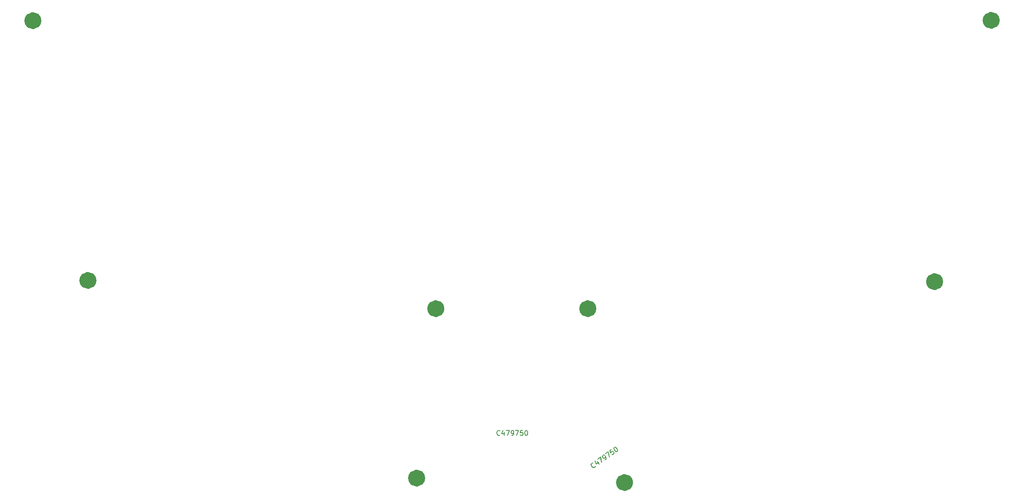
<source format=gbr>
%TF.GenerationSoftware,KiCad,Pcbnew,(6.0.4)*%
%TF.CreationDate,2023-01-07T15:23:17+01:00*%
%TF.ProjectId,Batreeq36,42617472-6565-4713-9336-2e6b69636164,rev?*%
%TF.SameCoordinates,Original*%
%TF.FileFunction,Other,Comment*%
%FSLAX46Y46*%
G04 Gerber Fmt 4.6, Leading zero omitted, Abs format (unit mm)*
G04 Created by KiCad (PCBNEW (6.0.4)) date 2023-01-07 15:23:17*
%MOMM*%
%LPD*%
G01*
G04 APERTURE LIST*
%ADD10C,0.150000*%
%ADD11C,1.750000*%
G04 APERTURE END LIST*
D10*
%TO.C,J2*%
X220344380Y-151423142D02*
X220296761Y-151470761D01*
X220153904Y-151518380D01*
X220058666Y-151518380D01*
X219915809Y-151470761D01*
X219820571Y-151375523D01*
X219772952Y-151280285D01*
X219725333Y-151089809D01*
X219725333Y-150946952D01*
X219772952Y-150756476D01*
X219820571Y-150661238D01*
X219915809Y-150566000D01*
X220058666Y-150518380D01*
X220153904Y-150518380D01*
X220296761Y-150566000D01*
X220344380Y-150613619D01*
X221201523Y-150851714D02*
X221201523Y-151518380D01*
X220963428Y-150470761D02*
X220725333Y-151185047D01*
X221344380Y-151185047D01*
X221630095Y-150518380D02*
X222296761Y-150518380D01*
X221868190Y-151518380D01*
X222725333Y-151518380D02*
X222915809Y-151518380D01*
X223011047Y-151470761D01*
X223058666Y-151423142D01*
X223153904Y-151280285D01*
X223201523Y-151089809D01*
X223201523Y-150708857D01*
X223153904Y-150613619D01*
X223106285Y-150566000D01*
X223011047Y-150518380D01*
X222820571Y-150518380D01*
X222725333Y-150566000D01*
X222677714Y-150613619D01*
X222630095Y-150708857D01*
X222630095Y-150946952D01*
X222677714Y-151042190D01*
X222725333Y-151089809D01*
X222820571Y-151137428D01*
X223011047Y-151137428D01*
X223106285Y-151089809D01*
X223153904Y-151042190D01*
X223201523Y-150946952D01*
X223534857Y-150518380D02*
X224201523Y-150518380D01*
X223772952Y-151518380D01*
X225058666Y-150518380D02*
X224582476Y-150518380D01*
X224534857Y-150994571D01*
X224582476Y-150946952D01*
X224677714Y-150899333D01*
X224915809Y-150899333D01*
X225011047Y-150946952D01*
X225058666Y-150994571D01*
X225106285Y-151089809D01*
X225106285Y-151327904D01*
X225058666Y-151423142D01*
X225011047Y-151470761D01*
X224915809Y-151518380D01*
X224677714Y-151518380D01*
X224582476Y-151470761D01*
X224534857Y-151423142D01*
X225725333Y-150518380D02*
X225820571Y-150518380D01*
X225915809Y-150566000D01*
X225963428Y-150613619D01*
X226011047Y-150708857D01*
X226058666Y-150899333D01*
X226058666Y-151137428D01*
X226011047Y-151327904D01*
X225963428Y-151423142D01*
X225915809Y-151470761D01*
X225820571Y-151518380D01*
X225725333Y-151518380D01*
X225630095Y-151470761D01*
X225582476Y-151423142D01*
X225534857Y-151327904D01*
X225487238Y-151137428D01*
X225487238Y-150899333D01*
X225534857Y-150708857D01*
X225582476Y-150613619D01*
X225630095Y-150566000D01*
X225725333Y-150518380D01*
X220344380Y-151419142D02*
X220296761Y-151466761D01*
X220153904Y-151514380D01*
X220058666Y-151514380D01*
X219915809Y-151466761D01*
X219820571Y-151371523D01*
X219772952Y-151276285D01*
X219725333Y-151085809D01*
X219725333Y-150942952D01*
X219772952Y-150752476D01*
X219820571Y-150657238D01*
X219915809Y-150562000D01*
X220058666Y-150514380D01*
X220153904Y-150514380D01*
X220296761Y-150562000D01*
X220344380Y-150609619D01*
X221201523Y-150847714D02*
X221201523Y-151514380D01*
X220963428Y-150466761D02*
X220725333Y-151181047D01*
X221344380Y-151181047D01*
X221630095Y-150514380D02*
X222296761Y-150514380D01*
X221868190Y-151514380D01*
X222725333Y-151514380D02*
X222915809Y-151514380D01*
X223011047Y-151466761D01*
X223058666Y-151419142D01*
X223153904Y-151276285D01*
X223201523Y-151085809D01*
X223201523Y-150704857D01*
X223153904Y-150609619D01*
X223106285Y-150562000D01*
X223011047Y-150514380D01*
X222820571Y-150514380D01*
X222725333Y-150562000D01*
X222677714Y-150609619D01*
X222630095Y-150704857D01*
X222630095Y-150942952D01*
X222677714Y-151038190D01*
X222725333Y-151085809D01*
X222820571Y-151133428D01*
X223011047Y-151133428D01*
X223106285Y-151085809D01*
X223153904Y-151038190D01*
X223201523Y-150942952D01*
X223534857Y-150514380D02*
X224201523Y-150514380D01*
X223772952Y-151514380D01*
X225058666Y-150514380D02*
X224582476Y-150514380D01*
X224534857Y-150990571D01*
X224582476Y-150942952D01*
X224677714Y-150895333D01*
X224915809Y-150895333D01*
X225011047Y-150942952D01*
X225058666Y-150990571D01*
X225106285Y-151085809D01*
X225106285Y-151323904D01*
X225058666Y-151419142D01*
X225011047Y-151466761D01*
X224915809Y-151514380D01*
X224677714Y-151514380D01*
X224582476Y-151466761D01*
X224534857Y-151419142D01*
X225725333Y-150514380D02*
X225820571Y-150514380D01*
X225915809Y-150562000D01*
X225963428Y-150609619D01*
X226011047Y-150704857D01*
X226058666Y-150895333D01*
X226058666Y-151133428D01*
X226011047Y-151323904D01*
X225963428Y-151419142D01*
X225915809Y-151466761D01*
X225820571Y-151514380D01*
X225725333Y-151514380D01*
X225630095Y-151466761D01*
X225582476Y-151419142D01*
X225534857Y-151323904D01*
X225487238Y-151133428D01*
X225487238Y-150895333D01*
X225534857Y-150704857D01*
X225582476Y-150609619D01*
X225630095Y-150562000D01*
X225725333Y-150514380D01*
%TO.C,J1*%
X239996662Y-157868778D02*
X239984968Y-157935098D01*
X239895259Y-158056045D01*
X239817245Y-158110672D01*
X239672910Y-158153604D01*
X239540269Y-158130216D01*
X239446636Y-158079514D01*
X239298376Y-157950799D01*
X239216436Y-157833777D01*
X239146191Y-157650435D01*
X239130572Y-157545107D01*
X239153960Y-157412466D01*
X239243668Y-157291519D01*
X239321683Y-157236893D01*
X239466018Y-157193961D01*
X239532338Y-157205655D01*
X240371034Y-156909054D02*
X240753419Y-157455156D01*
X239957493Y-156733562D02*
X240172154Y-157455237D01*
X240679248Y-157100165D01*
X240530907Y-156390185D02*
X241077009Y-156007801D01*
X241299520Y-157072771D01*
X242001650Y-156581134D02*
X242157679Y-156471882D01*
X242208380Y-156378248D01*
X242220075Y-156311928D01*
X242216150Y-156140280D01*
X242145904Y-155956938D01*
X241927399Y-155644880D01*
X241833765Y-155594178D01*
X241767445Y-155582484D01*
X241662117Y-155598103D01*
X241506088Y-155707356D01*
X241455387Y-155800990D01*
X241443693Y-155867310D01*
X241459312Y-155972638D01*
X241595878Y-156167674D01*
X241689511Y-156218375D01*
X241755832Y-156230069D01*
X241861159Y-156214450D01*
X242017188Y-156105197D01*
X242067890Y-156011564D01*
X242079584Y-155945243D01*
X242063965Y-155839916D01*
X242091197Y-155297659D02*
X242637298Y-154915274D01*
X242859809Y-155980245D01*
X243339429Y-154423637D02*
X242949356Y-154696769D01*
X243183481Y-155114154D01*
X243195175Y-155047834D01*
X243245876Y-154954201D01*
X243440912Y-154817635D01*
X243546240Y-154802016D01*
X243612560Y-154813710D01*
X243706194Y-154864411D01*
X243842760Y-155059447D01*
X243858379Y-155164775D01*
X243846685Y-155231095D01*
X243795983Y-155324729D01*
X243600947Y-155461295D01*
X243495619Y-155476914D01*
X243429299Y-155465220D01*
X243885530Y-154041253D02*
X243963544Y-153986627D01*
X244068872Y-153971008D01*
X244135192Y-153982702D01*
X244228826Y-154033403D01*
X244377086Y-154162119D01*
X244513652Y-154357155D01*
X244583897Y-154540497D01*
X244599516Y-154645825D01*
X244587822Y-154712145D01*
X244537121Y-154805779D01*
X244459106Y-154860405D01*
X244353779Y-154876024D01*
X244287458Y-154864330D01*
X244193825Y-154813629D01*
X244045565Y-154684913D01*
X243908999Y-154489877D01*
X243838754Y-154306535D01*
X243823135Y-154201207D01*
X243834829Y-154134887D01*
X243885530Y-154041253D01*
X239998956Y-157872055D02*
X239987262Y-157938375D01*
X239897553Y-158059322D01*
X239819539Y-158113949D01*
X239675204Y-158156881D01*
X239542563Y-158133493D01*
X239448930Y-158082791D01*
X239300670Y-157954076D01*
X239218730Y-157837054D01*
X239148485Y-157653712D01*
X239132866Y-157548384D01*
X239156254Y-157415743D01*
X239245962Y-157294796D01*
X239323977Y-157240170D01*
X239468312Y-157197238D01*
X239534632Y-157208932D01*
X240373328Y-156912331D02*
X240755713Y-157458433D01*
X239959787Y-156736839D02*
X240174448Y-157458514D01*
X240681542Y-157103442D01*
X240533201Y-156393462D02*
X241079303Y-156011078D01*
X241301814Y-157076048D01*
X242003944Y-156584411D02*
X242159973Y-156475159D01*
X242210674Y-156381525D01*
X242222369Y-156315205D01*
X242218444Y-156143557D01*
X242148198Y-155960215D01*
X241929693Y-155648157D01*
X241836059Y-155597455D01*
X241769739Y-155585761D01*
X241664411Y-155601380D01*
X241508382Y-155710633D01*
X241457681Y-155804267D01*
X241445987Y-155870587D01*
X241461606Y-155975915D01*
X241598172Y-156170951D01*
X241691805Y-156221652D01*
X241758126Y-156233346D01*
X241863453Y-156217727D01*
X242019482Y-156108474D01*
X242070184Y-156014841D01*
X242081878Y-155948520D01*
X242066259Y-155843193D01*
X242093491Y-155300936D02*
X242639592Y-154918551D01*
X242862103Y-155983522D01*
X243341723Y-154426914D02*
X242951650Y-154700046D01*
X243185775Y-155117431D01*
X243197469Y-155051111D01*
X243248170Y-154957478D01*
X243443206Y-154820912D01*
X243548534Y-154805293D01*
X243614854Y-154816987D01*
X243708488Y-154867688D01*
X243845054Y-155062724D01*
X243860673Y-155168052D01*
X243848979Y-155234372D01*
X243798277Y-155328006D01*
X243603241Y-155464572D01*
X243497913Y-155480191D01*
X243431593Y-155468497D01*
X243887824Y-154044530D02*
X243965838Y-153989904D01*
X244071166Y-153974285D01*
X244137486Y-153985979D01*
X244231120Y-154036680D01*
X244379380Y-154165396D01*
X244515946Y-154360432D01*
X244586191Y-154543774D01*
X244601810Y-154649102D01*
X244590116Y-154715422D01*
X244539415Y-154809056D01*
X244461400Y-154863682D01*
X244356073Y-154879301D01*
X244289752Y-154867607D01*
X244196119Y-154816906D01*
X244047859Y-154688190D01*
X243911293Y-154493154D01*
X243841048Y-154309812D01*
X243825429Y-154204484D01*
X243837123Y-154138164D01*
X243887824Y-154044530D01*
%TO.C,H10*%
D11*
X239327436Y-125369438D02*
G75*
G03*
X239327436Y-125369438I-875000J0D01*
G01*
%TO.C,H8*%
X322438075Y-65876331D02*
G75*
G03*
X322438075Y-65876331I-875000J0D01*
G01*
%TO.C,H9*%
X208006342Y-125369438D02*
G75*
G03*
X208006342Y-125369438I-875000J0D01*
G01*
%TO.C,H3*%
X246899181Y-161256453D02*
G75*
G03*
X246899181Y-161256453I-875000J0D01*
G01*
%TO.C,H2*%
X204061436Y-160340438D02*
G75*
G03*
X204061436Y-160340438I-875000J0D01*
G01*
%TO.C,H1*%
X136324344Y-119546080D02*
G75*
G03*
X136324344Y-119546080I-875000J0D01*
G01*
%TO.C,H5*%
X124987666Y-65939356D02*
G75*
G03*
X124987666Y-65939356I-875000J0D01*
G01*
%TO.C,H4*%
X310782997Y-119800077D02*
G75*
G03*
X310782997Y-119800077I-875000J0D01*
G01*
%TD*%
M02*

</source>
